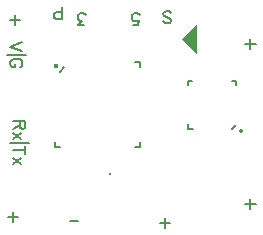
<source format=gto>
G04 DipTrace Beta 2.3.5.2*
%INLulfroMiniBrush-v2.GTO*%
%MOIN*%
%ADD13C,0.015*%
%ADD14C,0.012*%
%ADD15C,0.005*%
%ADD17C,0.008*%
%ADD19O,0.014X0.015*%
%ADD69C,0.0062*%
%ADD73C,0.0077*%
%FSLAX44Y44*%
G04*
G70*
G90*
G75*
G01*
%LNTop TopSilk*%
%LPD*%
X7075Y6050D2*
D17*
Y6190D1*
X7205D1*
X8515Y6200D2*
X8655D1*
Y6070D1*
X8515Y4600D2*
X8655Y4740D1*
X7065Y4750D2*
Y4620D1*
Y4610D2*
X7215D1*
D19*
X8825Y4515D3*
X5295Y6840D2*
D15*
X5455D1*
Y6680D1*
X5305Y4000D2*
X5465D1*
Y4150D1*
X2615Y4160D2*
Y4000D1*
Y3990D2*
X2785D1*
Y6500D2*
X2935Y6650D1*
D13*
X2670Y6705D3*
D14*
X4455Y3110D3*
G36*
X6850Y7575D2*
X7375Y8100D1*
Y7100D1*
D1*
X6850Y7575D1*
G37*
X1539Y7494D2*
D69*
X1137Y7341D1*
X1539Y7188D1*
X1644Y7065D2*
X1032D1*
X1444Y6654D2*
X1482Y6673D1*
X1520Y6712D1*
X1539Y6750D1*
Y6826D1*
X1520Y6865D1*
X1482Y6903D1*
X1444Y6922D1*
X1386Y6941D1*
X1290D1*
X1233Y6922D1*
X1195Y6903D1*
X1157Y6865D1*
X1137Y6826D1*
Y6750D1*
X1157Y6712D1*
X1195Y6673D1*
X1233Y6654D1*
X1290D1*
Y6750D1*
X2846Y8482D2*
X2674D1*
X2617Y8463D1*
X2597Y8444D1*
X2578Y8406D1*
Y8348D1*
X2597Y8310D1*
X2617Y8291D1*
X2674Y8272D1*
X2846D1*
Y8674D1*
X6238Y8184D2*
X6276Y8146D1*
X6334Y8127D1*
X6410D1*
X6468Y8146D1*
X6506Y8184D1*
Y8222D1*
X6487Y8261D1*
X6468Y8280D1*
X6430Y8299D1*
X6315Y8337D1*
X6276Y8356D1*
X6257Y8376D1*
X6238Y8414D1*
Y8471D1*
X6276Y8509D1*
X6334Y8529D1*
X6410D1*
X6468Y8509D1*
X6506Y8471D1*
X1221Y1825D2*
Y1481D1*
X1049Y1653D2*
X1393D1*
X9141Y2275D2*
Y1931D1*
X8969Y2103D2*
X9313D1*
X9141Y7605D2*
Y7261D1*
X8969Y7433D2*
X9313D1*
X1286Y8410D2*
Y8066D1*
X1114Y8238D2*
X1458D1*
X6281Y1625D2*
Y1281D1*
X6109Y1453D2*
X6453D1*
X3116Y1519D2*
D73*
X3393D1*
X3606Y8060D2*
D69*
X3396D1*
X3510Y8213D1*
X3453D1*
X3415Y8232D1*
X3396Y8251D1*
X3376Y8308D1*
Y8346D1*
X3396Y8404D1*
X3434Y8442D1*
X3491Y8461D1*
X3549D1*
X3606Y8442D1*
X3625Y8423D1*
X3644Y8385D1*
X5215Y8060D2*
X5406D1*
X5425Y8232D1*
X5406Y8213D1*
X5348Y8193D1*
X5291D1*
X5234Y8213D1*
X5195Y8251D1*
X5176Y8308D1*
Y8346D1*
X5195Y8404D1*
X5234Y8442D1*
X5291Y8461D1*
X5348D1*
X5406Y8442D1*
X5425Y8423D1*
X5444Y8385D1*
X1448Y4869D2*
Y4697D1*
X1467Y4640D1*
X1486Y4620D1*
X1524Y4601D1*
X1563D1*
X1601Y4620D1*
X1620Y4640D1*
X1639Y4697D1*
Y4869D1*
X1237D1*
X1448Y4735D2*
X1237Y4601D1*
X1505Y4478D2*
X1237Y4267D1*
X1505D2*
X1237Y4478D1*
X1744Y4144D2*
X1132D1*
X1639Y3886D2*
X1237D1*
X1639Y4020D2*
Y3752D1*
X1505Y3629D2*
X1237Y3418D1*
X1505D2*
X1237Y3629D1*
M02*

</source>
